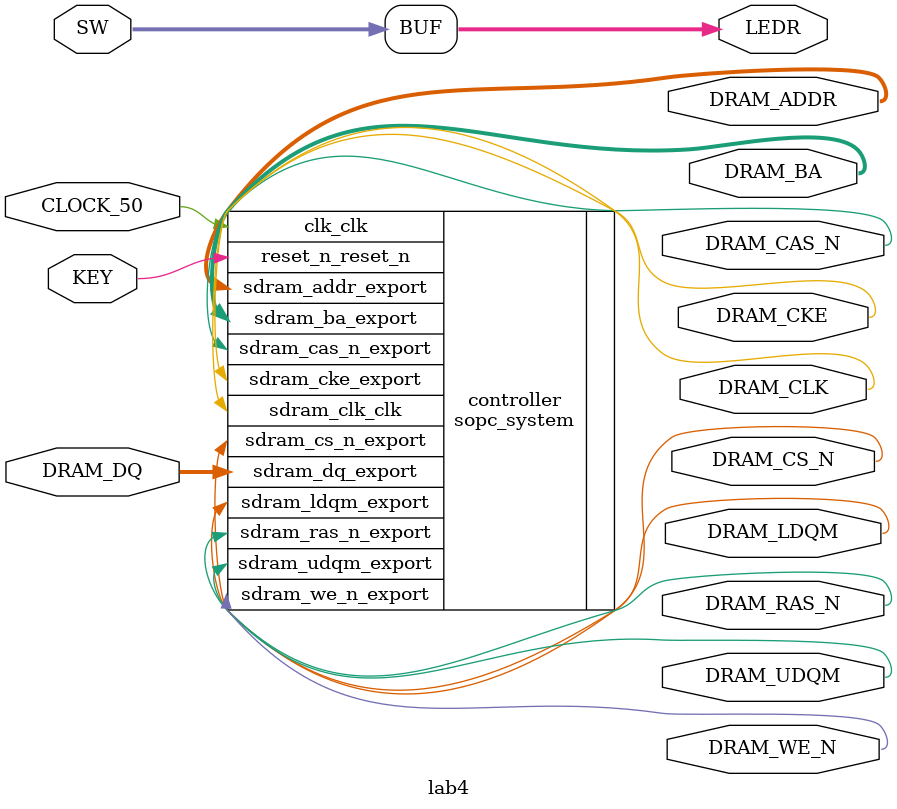
<source format=v>
/*****************************************************************************
 *                                                                           *
 * Module:       Lab4                                                       *
 * Description:                                                              *
 *      This module is the top level module of MT3TB4 Lab 4                    *
 *                                                                           *
 *****************************************************************************/

module lab4 (
input				CLOCK_50,	
input		[0:0]	KEY, 
input 	[7:0] SW,               //for reset
output 	[7:0] LEDR,

// Bidirectionals
inout		[15:0]		DRAM_DQ,

// Outputs

output		[12:0]	DRAM_ADDR,
output 		[1:0]		DRAM_BA,
output					DRAM_LDQM,  //data mask; when it is low, the DQ is valid for reading and writing. 
output					DRAM_UDQM,
output					DRAM_RAS_N,
output 					DRAM_CAS_N,
output 					DRAM_CLK,
output					DRAM_CKE,
output 					DRAM_WE_N,
output 					DRAM_CS_N


);


// Internal Wires



assign LEDR=SW;

//Instantiate your sopc_system module generated by Platform Designer.  


sopc_system  controller (
		// example ports 
		.clk_clk(CLOCK_50),              //           clk.clk
		.reset_n_reset_n(KEY[0]),         //         reset.reset_n
		.sdram_clk_clk(DRAM_CLK),
		.sdram_addr_export(DRAM_ADDR),
		.sdram_ba_export(DRAM_BA),
		.sdram_cas_n_export(DRAM_CAS_N),
		.sdram_cke_export(DRAM_CKE),
		.sdram_cs_n_export(DRAM_CS_N),
		.sdram_dq_export(DRAM_DQ),
		.sdram_ldqm_export(DRAM_LDQM),
		.sdram_ras_n_export(DRAM_RAS_N),
		.sdram_udqm_export(DRAM_UDQM),
		.sdram_we_n_export(DRAM_WE_N)
		// more ports
		
	);

	
	

	
endmodule
</source>
